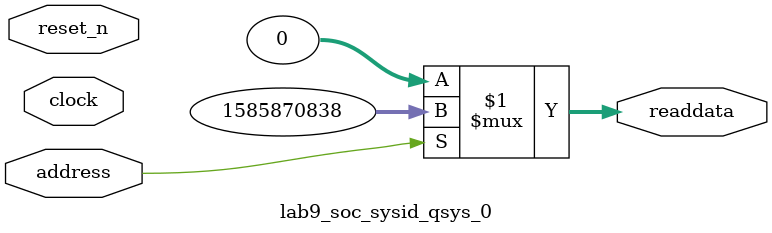
<source format=v>



// synthesis translate_off
`timescale 1ns / 1ps
// synthesis translate_on

// turn off superfluous verilog processor warnings 
// altera message_level Level1 
// altera message_off 10034 10035 10036 10037 10230 10240 10030 

module lab9_soc_sysid_qsys_0 (
               // inputs:
                address,
                clock,
                reset_n,

               // outputs:
                readdata
             )
;

  output  [ 31: 0] readdata;
  input            address;
  input            clock;
  input            reset_n;

  wire    [ 31: 0] readdata;
  //control_slave, which is an e_avalon_slave
  assign readdata = address ? 1585870838 : 0;

endmodule



</source>
